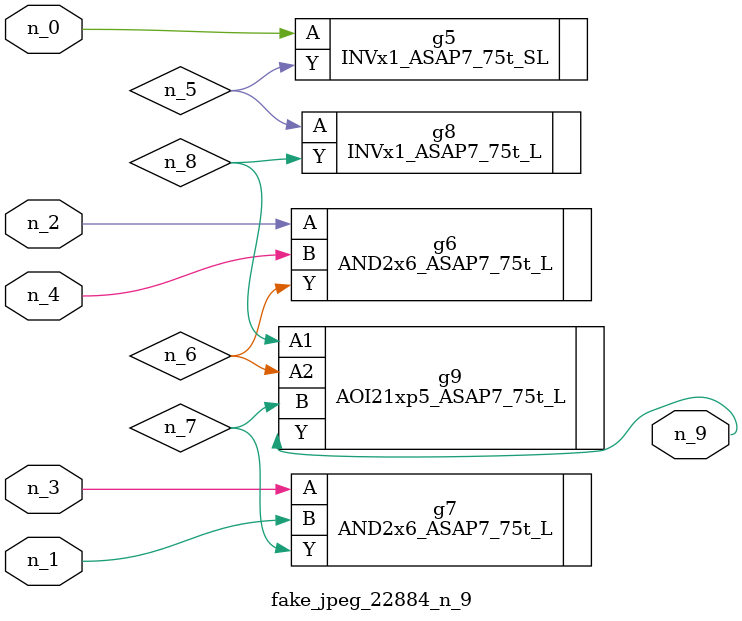
<source format=v>
module fake_jpeg_22884_n_9 (n_3, n_2, n_1, n_0, n_4, n_9);

input n_3;
input n_2;
input n_1;
input n_0;
input n_4;

output n_9;

wire n_8;
wire n_6;
wire n_5;
wire n_7;

INVx1_ASAP7_75t_SL g5 ( 
.A(n_0),
.Y(n_5)
);

AND2x6_ASAP7_75t_L g6 ( 
.A(n_2),
.B(n_4),
.Y(n_6)
);

AND2x6_ASAP7_75t_L g7 ( 
.A(n_3),
.B(n_1),
.Y(n_7)
);

INVx1_ASAP7_75t_L g8 ( 
.A(n_5),
.Y(n_8)
);

AOI21xp5_ASAP7_75t_L g9 ( 
.A1(n_8),
.A2(n_6),
.B(n_7),
.Y(n_9)
);


endmodule
</source>
